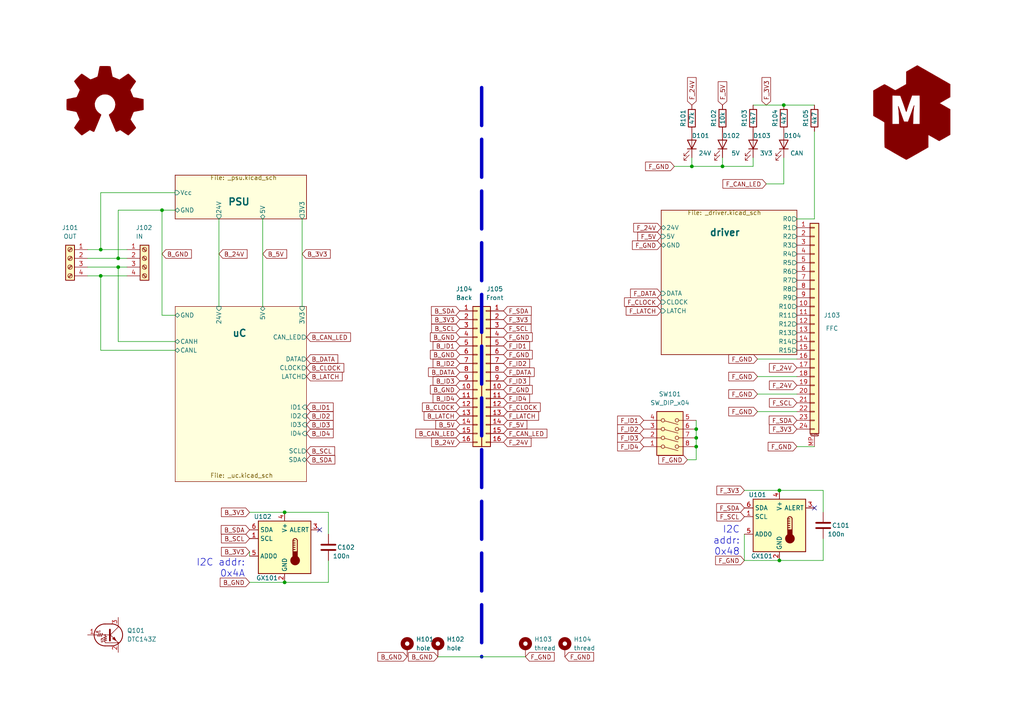
<source format=kicad_sch>
(kicad_sch (version 20211123) (generator eeschema)
  (paper "A4")
  (title_block (title "WormControl-Relay15x5t15-ControlUI") (date "2024-12-16") (rev "0.1") (company "makerspace.lt"))
  (lib_symbols
    (symbol "-local:LOGO_KMS" (pin_names (offset 1.016))
      (symbol "LOGO_KMS_0_0"
        (polyline (pts (xy 0.0117 -14.5438) (xy 0.1815 -14.4596) (xy 0.4733 -14.3044) (xy 0.8715 -14.0867) (xy 1.3602 -13.8153) (xy 1.924 -13.4987) (xy 2.5471 -13.1457) (xy 3.2139 -12.765) (xy 6.35 -10.9673) (xy 6.35 -9.1666) (xy 6.3501 -8.9706) (xy 6.3525 -8.4585) (xy 6.3574 -8.0174) (xy 6.3642 -7.6719) (xy 6.3725 -7.4466) (xy 6.382 -7.366) (xy 6.3931 -7.3705) (xy 6.5163 -7.4356) (xy 6.7572 -7.5687) (xy 7.0937 -7.7574) (xy 7.504 -7.9893) (xy 7.966 -8.2524) (xy 9.518 -9.1387) (xy 9.8784 -8.9373) (xy 9.9805 -8.8799) (xy 10.249 -8.728) (xy 10.6096 -8.5232) (xy 11.0278 -8.2852) (xy 11.4694 -8.0335) (xy 12.7 -7.331) (xy 12.7 0.0494) (xy 11.176 0.9196) (xy 11.0418 0.9963) (xy 10.5993 1.2512) (xy 10.2174 1.4738) (xy 9.9177 1.6515) (xy 9.722 1.7712) (xy 9.652 1.8203) (xy 9.6578 1.8264) (xy 9.7659 1.8969) (xy 9.9934 2.0344) (xy 10.3187 2.2262) (xy 10.7201 2.4593) (xy 11.176 2.721) (xy 12.7 3.5912) (xy 12.7 7.3263) (xy 8.3185 9.8382) (xy 7.6069 10.2461) (xy 6.8355 10.688) (xy 6.1113 11.1028) (xy 5.4483 11.4824) (xy 4.8609 11.8184) (xy 4.3634 12.1028) (xy 3.9699 12.3275) (xy 3.6948 12.4842) (xy 3.5523 12.5649) (xy 3.1677 12.7795) (xy 1.5789 11.8716) (xy -0.0098 10.9637) (xy -0.0424 7.3239) (xy -1.6087 6.4227) (xy -1.8975 6.2571) (xy -2.3649 5.9936) (xy -2.7164 5.8043) (xy -2.9709 5.68) (xy -3.1477 5.612) (xy -3.2658 5.5912) (xy -3.3444 5.6086) (xy -3.4618 5.6732) (xy -3.7025 5.8093) (xy -4.0377 6.0007) (xy -4.4409 6.2321) (xy -4.8855 6.4885) (xy -5.3221 6.7382) (xy -5.7113 6.9558) (xy -6.0282 7.1278) (xy -6.2482 7.2407) (xy -6.3467 7.2813) (xy -6.3645 7.2764) (xy -6.5062 7.2095) (xy -6.7636 7.0739) (xy -7.1139 6.8821) (xy -7.5342 6.6465) (xy -8.0018 6.3795) (xy -9.5674 5.4776) (xy -9.5674 4.0688) (xy -4.064 4.0688) (xy -1.7516 4.0216) (xy -1.1718 2.4553) (xy -1 1.9865) (xy -0.7964 1.4201) (xy -0.6059 0.8796) (xy -0.4442 0.409) (xy -0.3266 0.0527) (xy -0.2179 -0.2807) (xy -0.1159 -0.5429) (xy -0.0353 -0.6449) (xy 0.0378 -0.5883) (xy 0.1173 -0.3745) (xy 0.217 -0.005) (xy 0.2461 0.1011) (xy 0.3452 0.4246) (xy 0.4827 0.8444) (xy 0.6445 1.3178) (xy 0.8165 1.8022) (xy 0.8988 2.0297) (xy 1.0719 2.5096) (xy 1.232 2.9552) (xy 1.3642 3.325) (xy 1.4536 3.5771) (xy 1.6242 4.064) (xy 3.88 4.064) (xy 3.9085 3.0691) (xy 3.9135 2.811) (xy 3.9177 2.3699) (xy 3.9198 1.8095) (xy 3.9199 1.1571) (xy 3.9179 0.44) (xy 3.9139 -0.3146) (xy 3.908 -1.0795) (xy 3.879 -4.2334) (xy 1.9224 -4.2334) (xy 1.9748 -2.4342) (xy 1.9947 -1.8396) (xy 2.0364 -0.9704) (xy 2.0906 -0.2293) (xy 2.1593 0.4093) (xy 2.2446 0.971) (xy 2.262 1.0904) (xy 2.2529 1.171) (xy 2.1976 1.1001) (xy 2.0991 0.8842) (xy 1.9605 0.5295) (xy 1.7849 0.0423) (xy 1.7468 -0.0664) (xy 1.5718 -0.5599) (xy 1.3664 -1.1332) (xy 1.1532 -1.7235) (xy 0.9546 -2.2683) (xy 0.4799 -3.5629) (xy -0.1138 -3.5383) (xy -0.7074 -3.5137) (xy -0.9586 -2.8364) (xy -0.9612 -2.8292) (xy -1.0706 -2.529) (xy -1.2213 -2.1084) (xy -1.3998 -1.6058) (xy -1.5924 -1.0595) (xy -1.7856 -0.508) (xy -1.8442 -0.3408) (xy -2.0095 0.1196) (xy -2.1523 0.5018) (xy -2.2647 0.7852) (xy -2.3386 0.9493) (xy -2.3659 0.9736) (xy -2.3657 0.9477) (xy -2.3538 0.7623) (xy -2.3275 0.455) (xy -2.29 0.0619) (xy -2.2445 -0.381) (xy -2.2379 -0.4446) (xy -2.1912 -1.0068) (xy -2.1531 -1.6534) (xy -2.1273 -2.3095) (xy -2.1176 -2.8999) (xy -2.1167 -4.2334) (xy -4.064 -4.2334) (xy -4.064 4.0688) (xy -9.5674 4.0688) (xy -9.5674 -1.8386) (xy -8.1915 -2.6257) (xy -7.7716 -2.8672) (xy -7.3526 -3.111) (xy -6.9963 -3.3211) (xy -6.7308 -3.4809) (xy -6.5844 -3.5738) (xy -6.353 -3.7348) (xy -6.3529 -7.3454) (xy -6.3527 -7.7944) (xy -6.3506 -8.6376) (xy -6.346 -9.3299) (xy -6.3386 -9.8839) (xy -6.3279 -10.3121) (xy -6.3136 -10.6272) (xy -6.2954 -10.8417) (xy -6.2729 -10.9682) (xy -6.2456 -11.0192) (xy -6.2238 -11.0319) (xy -6.0739 -11.1186) (xy -5.8 -11.2769) (xy -5.4182 -11.4974) (xy -4.9445 -11.7709) (xy -4.3949 -12.0881) (xy -3.7856 -12.4397) (xy -3.1327 -12.8164) (xy -2.8568 -12.9754) (xy -2.2209 -13.34) (xy -1.6355 -13.6733) (xy -1.1165 -13.9663) (xy -0.6799 -14.2101) (xy -0.3417 -14.3958) (xy -0.1179 -14.5142) (xy -0.0246 -14.5566) (xy 0.0117 -14.5438)) (stroke (width 0.01)) (fill (type outline)))
      )
    )
    (symbol "Connector:Screw_Terminal_01x04" (pin_names (offset 1.016) hide)
      (property "Reference" "J" (at 0 5.08 0))
      (property "Value" "Screw_Terminal_01x04" (at 0 -7.62 0))
      (symbol "Screw_Terminal_01x04_1_1"
        (rectangle (start -1.27 3.81) (end 1.27 -6.35) (stroke (width 0.254)) (fill (type background)))
        (circle (center 0 -5.08) (radius 0.635) (stroke (width 0.1524)))
        (circle (center 0 -2.54) (radius 0.635) (stroke (width 0.1524)))
        (polyline (pts (xy -0.5334 -4.7498) (xy 0.3302 -5.588)) (stroke (width 0.1524)))
        (polyline (pts (xy -0.5334 -2.2098) (xy 0.3302 -3.048)) (stroke (width 0.1524)))
        (polyline (pts (xy -0.5334 0.3302) (xy 0.3302 -0.508)) (stroke (width 0.1524)))
        (polyline (pts (xy -0.5334 2.8702) (xy 0.3302 2.032)) (stroke (width 0.1524)))
        (polyline (pts (xy -0.3556 -4.572) (xy 0.508 -5.4102)) (stroke (width 0.1524)))
        (polyline (pts (xy -0.3556 -2.032) (xy 0.508 -2.8702)) (stroke (width 0.1524)))
        (polyline (pts (xy -0.3556 0.508) (xy 0.508 -0.3302)) (stroke (width 0.1524)))
        (polyline (pts (xy -0.3556 3.048) (xy 0.508 2.2098)) (stroke (width 0.1524)))
        (circle (center 0 0) (radius 0.635) (stroke (width 0.1524)))
        (circle (center 0 2.54) (radius 0.635) (stroke (width 0.1524)))
        (pin passive line (at -5.08 2.54 0) (length 3.81) (name "Pin_1") (number "1"))
        (pin passive line (at -5.08 0 0) (length 3.81) (name "Pin_2") (number "2"))
        (pin passive line (at -5.08 -2.54 0) (length 3.81) (name "Pin_3") (number "3"))
        (pin passive line (at -5.08 -5.08 0) (length 3.81) (name "Pin_4") (number "4"))
      )
    )
    (symbol "Connector_Generic:Conn_01x16" (pin_names (offset 1.016) hide)
      (property "Reference" "J" (at 0 20.32 0))
      (property "Value" "Conn_01x16" (at 0 -22.86 0))
      (symbol "Conn_01x16_1_1"
        (rectangle (start -1.27 -20.193) (end 0 -20.447) (stroke (width 0.1524)))
        (rectangle (start -1.27 -17.653) (end 0 -17.907) (stroke (width 0.1524)))
        (rectangle (start -1.27 -15.113) (end 0 -15.367) (stroke (width 0.1524)))
        (rectangle (start -1.27 -12.573) (end 0 -12.827) (stroke (width 0.1524)))
        (rectangle (start -1.27 -10.033) (end 0 -10.287) (stroke (width 0.1524)))
        (rectangle (start -1.27 -7.493) (end 0 -7.747) (stroke (width 0.1524)))
        (rectangle (start -1.27 -4.953) (end 0 -5.207) (stroke (width 0.1524)))
        (rectangle (start -1.27 -2.413) (end 0 -2.667) (stroke (width 0.1524)))
        (rectangle (start -1.27 0.127) (end 0 -0.127) (stroke (width 0.1524)))
        (rectangle (start -1.27 2.667) (end 0 2.413) (stroke (width 0.1524)))
        (rectangle (start -1.27 5.207) (end 0 4.953) (stroke (width 0.1524)))
        (rectangle (start -1.27 7.747) (end 0 7.493) (stroke (width 0.1524)))
        (rectangle (start -1.27 10.287) (end 0 10.033) (stroke (width 0.1524)))
        (rectangle (start -1.27 12.827) (end 0 12.573) (stroke (width 0.1524)))
        (rectangle (start -1.27 15.367) (end 0 15.113) (stroke (width 0.1524)))
        (rectangle (start -1.27 17.907) (end 0 17.653) (stroke (width 0.1524)))
        (rectangle (start -1.27 19.05) (end 1.27 -21.59) (stroke (width 0.254)) (fill (type background)))
        (pin passive line (at -5.08 17.78 0) (length 3.81) (name "Pin_1") (number "1"))
        (pin passive line (at -5.08 -5.08 0) (length 3.81) (name "Pin_10") (number "10"))
        (pin passive line (at -5.08 -7.62 0) (length 3.81) (name "Pin_11") (number "11"))
        (pin passive line (at -5.08 -10.16 0) (length 3.81) (name "Pin_12") (number "12"))
        (pin passive line (at -5.08 -12.7 0) (length 3.81) (name "Pin_13") (number "13"))
        (pin passive line (at -5.08 -15.24 0) (length 3.81) (name "Pin_14") (number "14"))
        (pin passive line (at -5.08 -17.78 0) (length 3.81) (name "Pin_15") (number "15"))
        (pin passive line (at -5.08 -20.32 0) (length 3.81) (name "Pin_16") (number "16"))
        (pin passive line (at -5.08 15.24 0) (length 3.81) (name "Pin_2") (number "2"))
        (pin passive line (at -5.08 12.7 0) (length 3.81) (name "Pin_3") (number "3"))
        (pin passive line (at -5.08 10.16 0) (length 3.81) (name "Pin_4") (number "4"))
        (pin passive line (at -5.08 7.62 0) (length 3.81) (name "Pin_5") (number "5"))
        (pin passive line (at -5.08 5.08 0) (length 3.81) (name "Pin_6") (number "6"))
        (pin passive line (at -5.08 2.54 0) (length 3.81) (name "Pin_7") (number "7"))
        (pin passive line (at -5.08 0 0) (length 3.81) (name "Pin_8") (number "8"))
        (pin passive line (at -5.08 -2.54 0) (length 3.81) (name "Pin_9") (number "9"))
      )
    )
    (symbol "Connector_Generic_MountingPin:Conn_01x24_MountingPin" (pin_names (offset 1.016) hide)
      (property "Reference" "J" (at 0 30.48 0))
      (property "Value" "Conn_01x24_MountingPin" (at 1.27 -33.02 0))
      (symbol "Conn_01x24_MountingPin_1_1"
        (rectangle (start -1.27 -30.353) (end 0 -30.607) (stroke (width 0.1524)))
        (rectangle (start -1.27 -27.813) (end 0 -28.067) (stroke (width 0.1524)))
        (rectangle (start -1.27 -25.273) (end 0 -25.527) (stroke (width 0.1524)))
        (rectangle (start -1.27 -22.733) (end 0 -22.987) (stroke (width 0.1524)))
        (rectangle (start -1.27 -20.193) (end 0 -20.447) (stroke (width 0.1524)))
        (rectangle (start -1.27 -17.653) (end 0 -17.907) (stroke (width 0.1524)))
        (rectangle (start -1.27 -15.113) (end 0 -15.367) (stroke (width 0.1524)))
        (rectangle (start -1.27 -12.573) (end 0 -12.827) (stroke (width 0.1524)))
        (rectangle (start -1.27 -10.033) (end 0 -10.287) (stroke (width 0.1524)))
        (rectangle (start -1.27 -7.493) (end 0 -7.747) (stroke (width 0.1524)))
        (rectangle (start -1.27 -4.953) (end 0 -5.207) (stroke (width 0.1524)))
        (rectangle (start -1.27 -2.413) (end 0 -2.667) (stroke (width 0.1524)))
        (rectangle (start -1.27 0.127) (end 0 -0.127) (stroke (width 0.1524)))
        (rectangle (start -1.27 2.667) (end 0 2.413) (stroke (width 0.1524)))
        (rectangle (start -1.27 5.207) (end 0 4.953) (stroke (width 0.1524)))
        (rectangle (start -1.27 7.747) (end 0 7.493) (stroke (width 0.1524)))
        (rectangle (start -1.27 10.287) (end 0 10.033) (stroke (width 0.1524)))
        (rectangle (start -1.27 12.827) (end 0 12.573) (stroke (width 0.1524)))
        (rectangle (start -1.27 15.367) (end 0 15.113) (stroke (width 0.1524)))
        (rectangle (start -1.27 17.907) (end 0 17.653) (stroke (width 0.1524)))
        (rectangle (start -1.27 20.447) (end 0 20.193) (stroke (width 0.1524)))
        (rectangle (start -1.27 22.987) (end 0 22.733) (stroke (width 0.1524)))
        (rectangle (start -1.27 25.527) (end 0 25.273) (stroke (width 0.1524)))
        (rectangle (start -1.27 28.067) (end 0 27.813) (stroke (width 0.1524)))
        (rectangle (start -1.27 29.21) (end 1.27 -31.75) (stroke (width 0.254)) (fill (type background)))
        (polyline (pts (xy -1.016 -32.512) (xy 1.016 -32.512)) (stroke (width 0.1524)))
        (text "Mounting" (at 0 -32.131 0) (effects (font (size 0.381 0.381))))
        (pin passive line (at -5.08 27.94 0) (length 3.81) (name "Pin_1") (number "1"))
        (pin passive line (at -5.08 5.08 0) (length 3.81) (name "Pin_10") (number "10"))
        (pin passive line (at -5.08 2.54 0) (length 3.81) (name "Pin_11") (number "11"))
        (pin passive line (at -5.08 0 0) (length 3.81) (name "Pin_12") (number "12"))
        (pin passive line (at -5.08 -2.54 0) (length 3.81) (name "Pin_13") (number "13"))
        (pin passive line (at -5.08 -5.08 0) (length 3.81) (name "Pin_14") (number "14"))
        (pin passive line (at -5.08 -7.62 0) (length 3.81) (name "Pin_15") (number "15"))
        (pin passive line (at -5.08 -10.16 0) (length 3.81) (name "Pin_16") (number "16"))
        (pin passive line (at -5.08 -12.7 0) (length 3.81) (name "Pin_17") (number "17"))
        (pin passive line (at -5.08 -15.24 0) (length 3.81) (name "Pin_18") (number "18"))
        (pin passive line (at -5.08 -17.78 0) (length 3.81) (name "Pin_19") (number "19"))
        (pin passive line (at -5.08 25.4 0) (length 3.81) (name "Pin_2") (number "2"))
        (pin passive line (at -5.08 -20.32 0) (length 3.81) (name "Pin_20") (number "20"))
        (pin passive line (at -5.08 -22.86 0) (length 3.81) (name "Pin_21") (number "21"))
        (pin passive line (at -5.08 -25.4 0) (length 3.81) (name "Pin_22") (number "22"))
        (pin passive line (at -5.08 -27.94 0) (length 3.81) (name "Pin_23") (number "23"))
        (pin passive line (at -5.08 -30.48 0) (length 3.81) (name "Pin_24") (number "24"))
        (pin passive line (at -5.08 22.86 0) (length 3.81) (name "Pin_3") (number "3"))
        (pin passive line (at -5.08 20.32 0) (length 3.81) (name "Pin_4") (number "4"))
        (pin passive line (at -5.08 17.78 0) (length 3.81) (name "Pin_5") (number "5"))
        (pin passive line (at -5.08 15.24 0) (length 3.81) (name "Pin_6") (number "6"))
        (pin passive line (at -5.08 12.7 0) (length 3.81) (name "Pin_7") (number "7"))
        (pin passive line (at -5.08 10.16 0) (length 3.81) (name "Pin_8") (number "8"))
        (pin passive line (at -5.08 7.62 0) (length 3.81) (name "Pin_9") (number "9"))
        (pin passive line (at 0 -35.56 90) (length 3.048) (name "MountPin") (number "MP"))
      )
    )
    (symbol "Device:C" (pin_numbers hide) (pin_names (offset 0.254))
      (property "Reference" "C" (at 0.635 2.54 0))
      (property "Value" "C" (at 0.635 -2.54 0))
      (symbol "C_0_1"
        (polyline (pts (xy -2.032 -0.762) (xy 2.032 -0.762)) (stroke (width 0.508)))
        (polyline (pts (xy -2.032 0.762) (xy 2.032 0.762)) (stroke (width 0.508)))
      )
      (symbol "C_1_1"
        (pin passive line (at 0 3.81 270) (length 2.794) (name "~") (number "1"))
        (pin passive line (at 0 -3.81 90) (length 2.794) (name "~") (number "2"))
      )
    )
    (symbol "Device:LED" (pin_numbers hide) (pin_names (offset 1.016) hide)
      (property "Reference" "D" (at 0 2.54 0))
      (property "Value" "LED" (at 0 -2.54 0))
      (symbol "LED_0_1"
        (polyline (pts (xy -1.27 -1.27) (xy -1.27 1.27)) (stroke (width 0.254)))
        (polyline (pts (xy -1.27 0) (xy 1.27 0)))
        (polyline (pts (xy 1.27 -1.27) (xy 1.27 1.27) (xy -1.27 0) (xy 1.27 -1.27)) (stroke (width 0.254)))
        (polyline (pts (xy -3.048 -0.762) (xy -4.572 -2.286) (xy -3.81 -2.286) (xy -4.572 -2.286) (xy -4.572 -1.524)))
        (polyline (pts (xy -1.778 -0.762) (xy -3.302 -2.286) (xy -2.54 -2.286) (xy -3.302 -2.286) (xy -3.302 -1.524)))
      )
      (symbol "LED_1_1"
        (pin passive line (at -3.81 0 0) (length 2.54) (name "K") (number "1"))
        (pin passive line (at 3.81 0 180) (length 2.54) (name "A") (number "2"))
      )
    )
    (symbol "Device:R" (pin_numbers hide) (pin_names (offset 0))
      (property "Reference" "R" (at 2.032 0 90))
      (property "Value" "R" (at 0 0 90))
      (symbol "R_0_1"
        (rectangle (start -1.016 -2.54) (end 1.016 2.54) (stroke (width 0.254)))
      )
      (symbol "R_1_1"
        (pin passive line (at 0 3.81 270) (length 1.27) (name "~") (number "1"))
        (pin passive line (at 0 -3.81 90) (length 1.27) (name "~") (number "2"))
      )
    )
    (symbol "Graphic:Logo_Open_Hardware_Large" (pin_names (offset 1.016))
      (symbol "Logo_Open_Hardware_Large_1_1"
        (polyline (pts (xy 6.731 -8.7122) (xy 6.6294 -8.6614) (xy 6.35 -8.4836) (xy 5.9944 -8.255) (xy 5.5372 -7.9502) (xy 5.1054 -7.6454) (xy 4.7498 -7.4168) (xy 4.4958 -7.239) (xy 4.3942 -7.1882) (xy 4.318 -7.2136) (xy 4.1148 -7.3152) (xy 3.81 -7.4676) (xy 3.6322 -7.5692) (xy 3.3528 -7.6708) (xy 3.2258 -7.6962) (xy 3.2004 -7.6708) (xy 3.0988 -7.4676) (xy 2.9464 -7.0866) (xy 2.7178 -6.604) (xy 2.4892 -6.0452) (xy 2.2352 -5.4356) (xy 1.9558 -4.826) (xy 1.7272 -4.2164) (xy 1.4986 -3.683) (xy 1.3208 -3.2512) (xy 1.2192 -2.9464) (xy 1.1684 -2.8194) (xy 1.1938 -2.794) (xy 1.3208 -2.667) (xy 1.5748 -2.4892) (xy 2.0828 -2.0574) (xy 2.6162 -1.397) (xy 2.921 -0.6604) (xy 3.048 0.1524) (xy 2.9464 0.9144) (xy 2.6416 1.6256) (xy 2.1336 2.286) (xy 1.524 2.7686) (xy 0.8128 3.0734) (xy 0 3.175) (xy -0.762 3.0988) (xy -1.4986 2.794) (xy -2.159 2.286) (xy -2.4384 1.9812) (xy -2.8194 1.3208) (xy -3.048 0.6096) (xy -3.0734 0.4318) (xy -3.0226 -0.3556) (xy -2.794 -1.0922) (xy -2.3876 -1.7526) (xy -1.8288 -2.3114) (xy -1.7526 -2.3622) (xy -1.4732 -2.5654) (xy -1.2954 -2.6924) (xy -1.1684 -2.8194) (xy -2.159 -5.207) (xy -2.3114 -5.588) (xy -2.5908 -6.2484) (xy -2.8194 -6.8072) (xy -3.0226 -7.2644) (xy -3.1496 -7.5692) (xy -3.2258 -7.6708) (xy -3.2258 -7.6962) (xy -3.302 -7.6962) (xy -3.4798 -7.6454) (xy -3.8354 -7.4676) (xy -4.0386 -7.366) (xy -4.2926 -7.239) (xy -4.4196 -7.1882) (xy -4.5212 -7.239) (xy -4.7498 -7.3914) (xy -5.1054 -7.6454) (xy -5.5372 -7.9248) (xy -5.9436 -8.2042) (xy -6.3246 -8.4582) (xy -6.604 -8.636) (xy -6.731 -8.7122) (xy -6.7564 -8.7122) (xy -6.858 -8.636) (xy -7.0866 -8.4582) (xy -7.4168 -8.1534) (xy -7.874 -7.6962) (xy -7.9502 -7.62) (xy -8.3312 -7.239) (xy -8.636 -6.9088) (xy -8.8392 -6.6802) (xy -8.9154 -6.5786) (xy -8.9154 -6.5786) (xy -8.8392 -6.4516) (xy -8.6614 -6.1722) (xy -8.4328 -5.7912) (xy -8.128 -5.3594) (xy -7.3152 -4.191) (xy -7.7724 -3.0988) (xy -7.8994 -2.7686) (xy -8.0772 -2.3622) (xy -8.2042 -2.0828) (xy -8.255 -1.9558) (xy -8.382 -1.905) (xy -8.6614 -1.8542) (xy -9.0932 -1.7526) (xy -9.6266 -1.651) (xy -10.1092 -1.5748) (xy -10.541 -1.4732) (xy -10.8712 -1.4224) (xy -11.0236 -1.397) (xy -11.049 -1.3716) (xy -11.0744 -1.2954) (xy -11.0998 -1.143) (xy -11.0998 -0.889) (xy -11.1252 -0.4572) (xy -11.1252 0.1524) (xy -11.1252 0.2286) (xy -11.0998 0.8128) (xy -11.0998 1.27) (xy -11.0744 1.5494) (xy -11.0744 1.6764) (xy -11.0744 1.6764) (xy -10.922 1.7018) (xy -10.6172 1.778) (xy -10.16 1.8542) (xy -9.652 1.9558) (xy -9.6012 1.9812) (xy -9.0932 2.0828) (xy -8.636 2.159) (xy -8.3312 2.2352) (xy -8.2042 2.286) (xy -8.1788 2.3114) (xy -8.0772 2.5146) (xy -7.9248 2.8448) (xy -7.747 3.2512) (xy -7.5692 3.6576) (xy -7.4168 4.0386) (xy -7.3152 4.318) (xy -7.2898 4.445) (xy -7.2898 4.445) (xy -7.366 4.572) (xy -7.5438 4.826) (xy -7.7978 5.207) (xy -8.128 5.6642) (xy -8.128 5.6896) (xy -8.4328 6.1468) (xy -8.6868 6.5278) (xy -8.8392 6.7818) (xy -8.9154 6.9088) (xy -8.9154 6.9088) (xy -8.8138 7.0358) (xy -8.5852 7.2898) (xy -8.255 7.6454) (xy -7.874 8.0264) (xy -7.747 8.1534) (xy -7.3152 8.5852) (xy -7.0104 8.8646) (xy -6.8326 8.9916) (xy -6.731 9.0424) (xy -6.731 9.0424) (xy -6.604 8.9408) (xy -6.3246 8.763) (xy -5.9436 8.509) (xy -5.4864 8.2042) (xy -5.461 8.1788) (xy -5.0038 7.874) (xy -4.6482 7.62) (xy -4.3688 7.4422) (xy -4.2672 7.3914) (xy -4.2418 7.3914) (xy -4.064 7.4422) (xy -3.7338 7.5438) (xy -3.3528 7.6962) (xy -2.9464 7.874) (xy -2.5654 8.0264) (xy -2.286 8.1534) (xy -2.159 8.2296) (xy -2.159 8.2296) (xy -2.1082 8.382) (xy -2.032 8.7122) (xy -1.9304 9.1694) (xy -1.8288 9.7282) (xy -1.8034 9.8044) (xy -1.7018 10.3378) (xy -1.6256 10.7696) (xy -1.5748 11.0744) (xy -1.524 11.2014) (xy -1.4478 11.2268) (xy -1.1938 11.2522) (xy -0.8128 11.2522) (xy -0.3302 11.2522) (xy 0.1524 11.2522) (xy 0.6604 11.2522) (xy 1.0668 11.2268) (xy 1.3716 11.2014) (xy 1.4986 11.176) (xy 1.4986 11.176) (xy 1.5494 11.0236) (xy 1.6256 10.6934) (xy 1.7018 10.2108) (xy 1.8288 9.6774) (xy 1.8288 9.5758) (xy 1.9304 9.0424) (xy 2.032 8.6106) (xy 2.0828 8.3058) (xy 2.1336 8.2042) (xy 2.159 8.1788) (xy 2.3876 8.0772) (xy 2.7432 7.9248) (xy 3.175 7.747) (xy 4.191 7.3406) (xy 5.461 8.2042) (xy 5.5626 8.2804) (xy 6.0198 8.5852) (xy 6.3754 8.8392) (xy 6.6294 8.9916) (xy 6.7564 9.0424) (xy 6.7564 9.0424) (xy 6.8834 8.9408) (xy 7.1374 8.7122) (xy 7.4676 8.382) (xy 7.8486 7.9756) (xy 8.1534 7.6962) (xy 8.4836 7.3406) (xy 8.7122 7.112) (xy 8.8392 6.9596) (xy 8.8646 6.858) (xy 8.8646 6.8072) (xy 8.7884 6.6802) (xy 8.6106 6.4008) (xy 8.3312 6.0198) (xy 8.0264 5.588) (xy 7.7978 5.207) (xy 7.5184 4.8006) (xy 7.3406 4.4958) (xy 7.2898 4.3434) (xy 7.2898 4.2926) (xy 7.3914 4.0386) (xy 7.5184 3.683) (xy 7.7216 3.2258) (xy 8.1534 2.2352) (xy 8.7884 2.1082) (xy 9.1948 2.0574) (xy 9.7536 1.9304) (xy 10.2616 1.8288) (xy 11.0998 1.6764) (xy 11.1252 -1.3208) (xy 10.9982 -1.3716) (xy 10.8712 -1.397) (xy 10.5664 -1.4732) (xy 10.1346 -1.5494) (xy 9.6266 -1.651) (xy 9.1948 -1.7272) (xy 8.7376 -1.8288) (xy 8.4328 -1.8796) (xy 8.2804 -1.905) (xy 8.255 -1.9558) (xy 8.1534 -2.159) (xy 7.9756 -2.5146) (xy 7.8232 -2.921) (xy 7.6454 -3.3274) (xy 7.493 -3.7338) (xy 7.366 -4.0132) (xy 7.3406 -4.191) (xy 7.3914 -4.2926) (xy 7.5692 -4.5466) (xy 7.7978 -4.9276) (xy 8.1026 -5.3594) (xy 8.4074 -5.7912) (xy 8.6614 -6.1722) (xy 8.8138 -6.4262) (xy 8.89 -6.5532) (xy 8.8646 -6.6548) (xy 8.6868 -6.858) (xy 8.3566 -7.1882) (xy 7.874 -7.6708) (xy 7.7978 -7.747) (xy 7.3914 -8.128) (xy 7.0612 -8.4328) (xy 6.8326 -8.636) (xy 6.731 -8.7122)) (fill (type outline)))
      )
    )
    (symbol "Mechanical:MountingHole_Pad" (pin_numbers hide) (pin_names (offset 1.016) hide)
      (property "Reference" "H" (at 0 6.35 0))
      (property "Value" "MountingHole_Pad" (at 0 4.445 0))
      (symbol "MountingHole_Pad_0_1"
        (circle (center 0 1.27) (radius 1.27) (stroke (width 1.27)))
      )
      (symbol "MountingHole_Pad_1_1"
        (pin input line (at 0 -2.54 90) (length 2.54) (name "1") (number "1"))
      )
    )
    (symbol "Sensor_Temperature:TMP101"
      (property "Reference" "U" (at -2.54 10.795 0))
      (property "Value" "TMP101" (at -2.54 8.89 0))
      (symbol "TMP101_0_1"
        (rectangle (start -7.62 7.62) (end 7.62 -7.62) (stroke (width 0.254)) (fill (type background)))
      )
      (symbol "TMP101_1_1"
        (polyline (pts (xy 2.413 -0.635) (xy 3.048 -0.635)) (stroke (width 0.254)))
        (polyline (pts (xy 2.413 0) (xy 3.048 0)) (stroke (width 0.254)))
        (polyline (pts (xy 2.413 0.635) (xy 3.048 0.635)) (stroke (width 0.254)))
        (polyline (pts (xy 2.413 1.27) (xy 3.048 1.27)) (stroke (width 0.254)))
        (polyline (pts (xy 2.413 1.905) (xy 2.413 -1.27)) (stroke (width 0.254)))
        (polyline (pts (xy 2.413 1.905) (xy 3.048 1.905)) (stroke (width 0.254)))
        (polyline (pts (xy 3.683 1.905) (xy 3.683 -1.27)) (stroke (width 0.254)))
        (circle (center 3.048 -3.81) (radius 1.27) (stroke (width 0.254)) (fill (type outline)))
        (rectangle (start 3.683 -3.175) (end 2.413 -1.27) (stroke (width 0.254)) (fill (type outline)))
        (arc (start 3.683 1.905) (mid 3.048 2.54) (end 2.413 1.905) (stroke (width 0.254)))
        (pin input line (at -10.16 2.54 0) (length 2.54) (name "SCL") (number "1"))
        (pin power_in line (at 0 -10.16 90) (length 2.54) (name "GND") (number "2"))
        (pin open_collector line (at 10.16 5.08 180) (length 2.54) (name "ALERT") (number "3"))
        (pin power_in line (at 0 10.16 270) (length 2.54) (name "V+") (number "4"))
        (pin input line (at -10.16 -2.54 0) (length 2.54) (name "ADD0") (number "5"))
        (pin bidirectional line (at -10.16 5.08 0) (length 2.54) (name "SDA") (number "6"))
      )
    )
    (symbol "Switch:SW_DIP_x04" (pin_names (offset 0) hide)
      (property "Reference" "SW" (at 0 8.89 0))
      (property "Value" "SW_DIP_x04" (at 0 -6.35 0))
      (symbol "SW_DIP_x04_0_0"
        (circle (center -2.032 -2.54) (radius 0.508))
        (circle (center -2.032 0) (radius 0.508))
        (circle (center -2.032 2.54) (radius 0.508))
        (circle (center -2.032 5.08) (radius 0.508))
        (polyline (pts (xy -1.524 -2.3876) (xy 2.3622 -1.3462)))
        (polyline (pts (xy -1.524 0.127) (xy 2.3622 1.1684)))
        (polyline (pts (xy -1.524 2.667) (xy 2.3622 3.7084)))
        (polyline (pts (xy -1.524 5.207) (xy 2.3622 6.2484)))
        (circle (center 2.032 -2.54) (radius 0.508))
        (circle (center 2.032 0) (radius 0.508))
        (circle (center 2.032 2.54) (radius 0.508))
        (circle (center 2.032 5.08) (radius 0.508))
      )
      (symbol "SW_DIP_x04_0_1"
        (rectangle (start -3.81 7.62) (end 3.81 -5.08) (stroke (width 0.254)) (fill (type background)))
      )
      (symbol "SW_DIP_x04_1_1"
        (pin passive line (at -7.62 5.08 0) (length 5.08) (name "~") (number "1"))
        (pin passive line (at -7.62 2.54 0) (length 5.08) (name "~") (number "2"))
        (pin passive line (at -7.62 0 0) (length 5.08) (name "~") (number "3"))
        (pin passive line (at -7.62 -2.54 0) (length 5.08) (name "~") (number "4"))
        (pin passive line (at 7.62 -2.54 180) (length 5.08) (name "~") (number "5"))
        (pin passive line (at 7.62 0 180) (length 5.08) (name "~") (number "6"))
        (pin passive line (at 7.62 2.54 180) (length 5.08) (name "~") (number "7"))
        (pin passive line (at 7.62 5.08 180) (length 5.08) (name "~") (number "8"))
      )
    )
    (symbol "Transistor_BJT:DTC143Z" (pin_names (offset 0) hide)
      (property "Reference" "Q" (at 5.08 1.905 0))
      (property "Value" "DTC143Z" (at 5.08 0 0))
      (symbol "DTC143Z_0_0"
        (text "47k" (at -2.159 -1.524 900) (effects (font (size 0.508 0.508))))
        (text "4k7" (at -3.302 0.889 0) (effects (font (size 0.508 0.508))))
      )
      (symbol "DTC143Z_0_1"
        (circle (center -1.27 0) (radius 0.127))
        (arc (start -1.27 3.175) (mid -4.445 0) (end -1.27 -3.175) (stroke (width 0.254)))
        (polyline (pts (xy -3.429 0) (xy -3.81 0)))
        (polyline (pts (xy -1.27 -3.175) (xy 0.635 -3.175)) (stroke (width 0.254)))
        (polyline (pts (xy -1.27 3.175) (xy 0.635 3.175)) (stroke (width 0.254)))
        (polyline (pts (xy 0 -0.254) (xy 2.54 2.286)))
        (polyline (pts (xy 0.127 1.524) (xy 0.127 -1.651)) (stroke (width 0.508)) (fill (type outline)))
        (polyline (pts (xy 2.54 2.286) (xy 2.54 2.54)))
        (polyline (pts (xy 2.54 -2.286) (xy 0 0.254) (xy 0 0.254)))
        (polyline (pts (xy 0.889 -1.143) (xy 1.397 -0.635) (xy 1.905 -1.651) (xy 0.889 -1.143)) (fill (type outline)))
        (polyline (pts (xy 0 0) (xy -1.905 0) (xy -2.032 0.508) (xy -2.286 -0.508) (xy -2.54 0.508) (xy -2.794 -0.508) (xy -3.048 0.508) (xy -3.302 -0.508) (xy -3.429 0)))
        (polyline (pts (xy -1.27 0) (xy -1.27 -0.381) (xy -0.762 -0.508) (xy -1.778 -0.762) (xy -0.762 -1.016) (xy -1.778 -1.27) (xy -0.762 -1.524) (xy -1.778 -1.778) (xy -1.27 -1.905) (xy -1.27 -2.286) (xy 2.54 -2.286)))
        (arc (start 0.635 -3.175) (mid 3.81 0) (end 0.635 3.175) (stroke (width 0.254)))
        (circle (center 2.54 -2.286) (radius 0.127))
      )
      (symbol "DTC143Z_1_1"
        (pin input line (at -6.35 0 0) (length 2.54) (name "B") (number "1"))
        (pin passive line (at 2.54 -5.08 90) (length 2.54) (name "E") (number "2"))
        (pin passive line (at 2.54 5.08 270) (length 2.54) (name "C") (number "3"))
      )
    )
  )
  (junction (at 82.55 148.59))
  (junction (at 46.99 60.96))
  (junction (at 200.66 48.26))
  (junction (at 209.55 48.26))
  (junction (at 34.29 77.47))
  (junction (at 29.21 80.01))
  (junction (at 201.93 129.54))
  (junction (at 201.93 127))
  (junction (at 226.06 162.56))
  (junction (at 34.29 74.93))
  (junction (at 82.55 168.91))
  (junction (at 29.21 72.39))
  (junction (at 201.93 124.46))
  (junction (at 227.33 30.48))
  (junction (at 226.06 142.24))
  (no_connect (at 92.71 153.67))
  (no_connect (at 236.22 147.32))
  (wire (pts (xy 238.76 148.59) (xy 238.76 142.24)))
  (wire (pts (xy 34.29 74.93) (xy 25.4 74.93)))
  (wire (pts (xy 201.93 129.54) (xy 201.93 127)))
  (wire (pts (xy 215.9 154.94) (xy 215.9 162.56)))
  (wire (pts (xy 200.66 45.72) (xy 200.66 48.26)))
  (wire (pts (xy 231.14 114.3) (xy 219.71 114.3)))
  (wire (pts (xy 236.22 63.5) (xy 231.14 63.5)))
  (wire (pts (xy 50.8 101.6) (xy 29.21 101.6)))
  (wire (pts (xy 238.76 156.21) (xy 238.76 162.56)))
  (wire (pts (xy 231.14 104.14) (xy 219.71 104.14)))
  (wire (pts (xy 127 190.5) (xy 152.4 190.5)))
  (wire (pts (xy 36.83 74.93) (xy 34.29 74.93)))
  (wire (pts (xy 72.39 160.02) (xy 72.39 161.29)))
  (wire (pts (xy 215.9 142.24) (xy 226.06 142.24)))
  (wire (pts (xy 201.93 127) (xy 201.93 124.46)))
  (wire (pts (xy 50.8 99.06) (xy 34.29 99.06)))
  (wire (pts (xy 34.29 77.47) (xy 25.4 77.47)))
  (wire (pts (xy 201.93 124.46) (xy 201.93 121.92)))
  (wire (pts (xy 34.29 60.96) (xy 34.29 74.93)))
  (wire (pts (xy 63.5 63.5) (xy 63.5 88.9)))
  (wire (pts (xy 50.8 55.88) (xy 29.21 55.88)))
  (wire (pts (xy 236.22 38.1) (xy 236.22 63.5)))
  (wire (pts (xy 29.21 72.39) (xy 25.4 72.39)))
  (wire (pts (xy 29.21 80.01) (xy 25.4 80.01)))
  (wire (pts (xy 46.99 60.96) (xy 34.29 60.96)))
  (wire (pts (xy 76.2 63.5) (xy 76.2 88.9)))
  (wire (pts (xy 238.76 162.56) (xy 226.06 162.56)))
  (wire (pts (xy 226.06 162.56) (xy 215.9 162.56)))
  (wire (pts (xy 29.21 55.88) (xy 29.21 72.39)))
  (wire (pts (xy 199.39 133.35) (xy 201.93 133.35)))
  (wire (pts (xy 231.14 129.54) (xy 236.22 129.54)))
  (wire (pts (xy 95.25 154.94) (xy 95.25 148.59)))
  (wire (pts (xy 227.33 30.48) (xy 236.22 30.48)))
  (wire (pts (xy 36.83 80.01) (xy 29.21 80.01)))
  (wire (pts (xy 95.25 148.59) (xy 82.55 148.59)))
  (wire (pts (xy 218.44 30.48) (xy 227.33 30.48)))
  (wire (pts (xy 46.99 91.44) (xy 46.99 60.96)))
  (wire (pts (xy 227.33 53.34) (xy 222.25 53.34)))
  (wire (pts (xy 219.71 119.38) (xy 231.14 119.38)))
  (wire (pts (xy 36.83 72.39) (xy 29.21 72.39)))
  (wire (pts (xy 95.25 162.56) (xy 95.25 168.91)))
  (polyline (pts (xy 139.7 25.4) (xy 139.7 190.5)) (stroke (width 1)))
  (wire (pts (xy 238.76 142.24) (xy 226.06 142.24)))
  (wire (pts (xy 82.55 168.91) (xy 72.39 168.91)))
  (wire (pts (xy 34.29 99.06) (xy 34.29 77.47)))
  (wire (pts (xy 231.14 109.22) (xy 219.71 109.22)))
  (wire (pts (xy 200.66 48.26) (xy 209.55 48.26)))
  (wire (pts (xy 72.39 148.59) (xy 82.55 148.59)))
  (wire (pts (xy 218.44 48.26) (xy 218.44 45.72)))
  (wire (pts (xy 209.55 48.26) (xy 218.44 48.26)))
  (wire (pts (xy 50.8 60.96) (xy 46.99 60.96)))
  (wire (pts (xy 209.55 45.72) (xy 209.55 48.26)))
  (wire (pts (xy 50.8 91.44) (xy 46.99 91.44)))
  (wire (pts (xy 87.63 63.5) (xy 87.63 88.9)))
  (wire (pts (xy 95.25 168.91) (xy 82.55 168.91)))
  (wire (pts (xy 195.58 48.26) (xy 200.66 48.26)))
  (wire (pts (xy 29.21 101.6) (xy 29.21 80.01)))
  (wire (pts (xy 227.33 45.72) (xy 227.33 53.34)))
  (wire (pts (xy 36.83 77.47) (xy 34.29 77.47)))
  (wire (pts (xy 201.93 133.35) (xy 201.93 129.54)))
  (text "I2C\naddr:\n0x48" (at 214.63 161.29 180) (effects (font (size 2 2)) (justify right bottom)))
  (text "I2C addr:\n0x4A" (at 71.12 167.64 180) (effects (font (size 2 2)) (justify right bottom)))
  (global_label "F_SDA" (shape input) (at 231.14 121.92 180) (property "Intersheet References" "${INTERSHEET_REFS}" (effects hide)))
  (global_label "B_GND" (shape input) (at 72.39 168.91 180) (property "Intersheet References" "${INTERSHEET_REFS}" (effects hide)))
  (global_label "F_DATA" (shape input) (at 191.77 85.09 180) (property "Intersheet References" "${INTERSHEET_REFS}" (effects hide)))
  (global_label "B_CLOCK" (shape input) (at 88.9 106.68 0) (property "Intersheet References" "${INTERSHEET_REFS}" (effects hide)))
  (global_label "B_ID1" (shape input) (at 88.9 118.11 0) (property "Intersheet References" "${INTERSHEET_REFS}" (effects hide)))
  (global_label "F_GND" (shape input) (at 199.39 133.35 180) (property "Intersheet References" "${INTERSHEET_REFS}" (effects hide)))
  (global_label "B_CLOCK" (shape input) (at 133.35 118.11 180) (property "Intersheet References" "${INTERSHEET_REFS}" (effects hide)))
  (global_label "F_CAN_LED" (shape input) (at 222.25 53.34 180) (property "Intersheet References" "${INTERSHEET_REFS}" (effects hide)))
  (global_label "F_ID2" (shape input) (at 146.05 105.41 0) (property "Intersheet References" "${INTERSHEET_REFS}" (effects hide)))
  (global_label "B_DATA" (shape input) (at 133.35 107.95 180) (property "Intersheet References" "${INTERSHEET_REFS}" (effects hide)))
  (global_label "F_SCL" (shape input) (at 215.9 149.86 180) (property "Intersheet References" "${INTERSHEET_REFS}" (effects hide)))
  (global_label "F_ID3" (shape input) (at 146.05 110.49 0) (property "Intersheet References" "${INTERSHEET_REFS}" (effects hide)))
  (global_label "F_SCL" (shape input) (at 231.14 116.84 180) (property "Intersheet References" "${INTERSHEET_REFS}" (effects hide)))
  (global_label "F_3V3" (shape input) (at 146.05 92.71 0) (property "Intersheet References" "${INTERSHEET_REFS}" (effects hide)))
  (global_label "B_SCL" (shape input) (at 133.35 95.25 180) (property "Intersheet References" "${INTERSHEET_REFS}" (effects hide)))
  (global_label "B_CAN_LED" (shape input) (at 88.9 97.79 0) (property "Intersheet References" "${INTERSHEET_REFS}" (effects hide)))
  (global_label "F_GND" (shape input) (at 219.71 114.3 180) (property "Intersheet References" "${INTERSHEET_REFS}" (effects hide)))
  (global_label "F_5V" (shape input) (at 209.55 30.48 90) (property "Intersheet References" "${INTERSHEET_REFS}" (effects hide)))
  (global_label "F_SCL" (shape input) (at 146.05 95.25 0) (property "Intersheet References" "${INTERSHEET_REFS}" (effects hide)))
  (global_label "B_CAN_LED" (shape input) (at 133.35 125.73 180) (property "Intersheet References" "${INTERSHEET_REFS}" (effects hide)))
  (global_label "F_DATA" (shape input) (at 146.05 107.95 0) (property "Intersheet References" "${INTERSHEET_REFS}" (effects hide)))
  (global_label "B_GND" (shape input) (at 133.35 97.79 180) (property "Intersheet References" "${INTERSHEET_REFS}" (effects hide)))
  (global_label "F_LATCH" (shape input) (at 146.05 120.65 0) (property "Intersheet References" "${INTERSHEET_REFS}" (effects hide)))
  (global_label "B_5V" (shape input) (at 76.2 73.66 0) (property "Intersheet References" "${INTERSHEET_REFS}" (effects hide)))
  (global_label "B_GND" (shape input) (at 118.11 190.5 180) (property "Intersheet References" "${INTERSHEET_REFS}" (effects hide)))
  (global_label "F_5V" (shape input) (at 191.77 68.58 180) (property "Intersheet References" "${INTERSHEET_REFS}" (effects hide)))
  (global_label "F_ID1" (shape input) (at 186.69 121.92 180) (property "Intersheet References" "${INTERSHEET_REFS}" (effects hide)))
  (global_label "F_GND" (shape input) (at 215.9 162.56 180) (property "Intersheet References" "${INTERSHEET_REFS}" (effects hide)))
  (global_label "B_24V" (shape input) (at 133.35 128.27 180) (property "Intersheet References" "${INTERSHEET_REFS}" (effects hide)))
  (global_label "F_ID2" (shape input) (at 186.69 124.46 180) (property "Intersheet References" "${INTERSHEET_REFS}" (effects hide)))
  (global_label "F_3V3" (shape input) (at 222.25 30.48 90) (property "Intersheet References" "${INTERSHEET_REFS}" (effects hide)))
  (global_label "F_SDA" (shape input) (at 146.05 90.17 0) (property "Intersheet References" "${INTERSHEET_REFS}" (effects hide)))
  (global_label "F_GND" (shape input) (at 191.77 71.12 180) (property "Intersheet References" "${INTERSHEET_REFS}" (effects hide)))
  (global_label "F_24V" (shape input) (at 200.66 30.48 90) (property "Intersheet References" "${INTERSHEET_REFS}" (effects hide)))
  (global_label "F_LATCH" (shape input) (at 191.77 90.17 180) (property "Intersheet References" "${INTERSHEET_REFS}" (effects hide)))
  (global_label "B_3V3" (shape input) (at 87.63 73.66 0) (property "Intersheet References" "${INTERSHEET_REFS}" (effects hide)))
  (global_label "B_ID3" (shape input) (at 88.9 123.19 0) (property "Intersheet References" "${INTERSHEET_REFS}" (effects hide)))
  (global_label "F_24V" (shape input) (at 146.05 128.27 0) (property "Intersheet References" "${INTERSHEET_REFS}" (effects hide)))
  (global_label "B_LATCH" (shape input) (at 133.35 120.65 180) (property "Intersheet References" "${INTERSHEET_REFS}" (effects hide)))
  (global_label "F_GND" (shape input) (at 219.71 104.14 180) (property "Intersheet References" "${INTERSHEET_REFS}" (effects hide)))
  (global_label "F_ID3" (shape input) (at 186.69 127 180) (property "Intersheet References" "${INTERSHEET_REFS}" (effects hide)))
  (global_label "F_5V" (shape input) (at 146.05 123.19 0) (property "Intersheet References" "${INTERSHEET_REFS}" (effects hide)))
  (global_label "F_GND" (shape input) (at 219.71 119.38 180) (property "Intersheet References" "${INTERSHEET_REFS}" (effects hide)))
  (global_label "F_24V" (shape input) (at 191.77 66.04 180) (property "Intersheet References" "${INTERSHEET_REFS}" (effects hide)))
  (global_label "F_24V" (shape input) (at 231.14 111.76 180) (property "Intersheet References" "${INTERSHEET_REFS}" (effects hide)))
  (global_label "B_ID4" (shape input) (at 133.35 115.57 180) (property "Intersheet References" "${INTERSHEET_REFS}" (effects hide)))
  (global_label "F_GND" (shape input) (at 152.4 190.5 0) (property "Intersheet References" "${INTERSHEET_REFS}" (effects hide)))
  (global_label "F_GND" (shape input) (at 163.83 190.5 0) (property "Intersheet References" "${INTERSHEET_REFS}" (effects hide)))
  (global_label "B_GND" (shape input) (at 133.35 102.87 180) (property "Intersheet References" "${INTERSHEET_REFS}" (effects hide)))
  (global_label "F_GND" (shape input) (at 146.05 113.03 0) (property "Intersheet References" "${INTERSHEET_REFS}" (effects hide)))
  (global_label "B_3V3" (shape input) (at 133.35 92.71 180) (property "Intersheet References" "${INTERSHEET_REFS}" (effects hide)))
  (global_label "F_3V3" (shape input) (at 231.14 124.46 180) (property "Intersheet References" "${INTERSHEET_REFS}" (effects hide)))
  (global_label "B_ID2" (shape input) (at 88.9 120.65 0) (property "Intersheet References" "${INTERSHEET_REFS}" (effects hide)))
  (global_label "F_CAN_LED" (shape input) (at 146.05 125.73 0) (property "Intersheet References" "${INTERSHEET_REFS}" (effects hide)))
  (global_label "F_ID4" (shape input) (at 146.05 115.57 0) (property "Intersheet References" "${INTERSHEET_REFS}" (effects hide)))
  (global_label "B_SDA" (shape input) (at 133.35 90.17 180) (property "Intersheet References" "${INTERSHEET_REFS}" (effects hide)))
  (global_label "B_24V" (shape input) (at 63.5 73.66 0) (property "Intersheet References" "${INTERSHEET_REFS}" (effects hide)))
  (global_label "F_GND" (shape input) (at 146.05 102.87 0) (property "Intersheet References" "${INTERSHEET_REFS}" (effects hide)))
  (global_label "F_GND" (shape input) (at 146.05 97.79 0) (property "Intersheet References" "${INTERSHEET_REFS}" (effects hide)))
  (global_label "B_3V3" (shape input) (at 72.39 160.02 180) (property "Intersheet References" "${INTERSHEET_REFS}" (effects hide)))
  (global_label "F_24V" (shape input) (at 231.14 106.68 180) (property "Intersheet References" "${INTERSHEET_REFS}" (effects hide)))
  (global_label "F_3V3" (shape input) (at 215.9 142.24 180) (property "Intersheet References" "${INTERSHEET_REFS}" (effects hide)))
  (global_label "F_ID1" (shape input) (at 146.05 100.33 0) (property "Intersheet References" "${INTERSHEET_REFS}" (effects hide)))
  (global_label "B_3V3" (shape input) (at 72.39 148.59 180) (property "Intersheet References" "${INTERSHEET_REFS}" (effects hide)))
  (global_label "B_ID1" (shape input) (at 133.35 100.33 180) (property "Intersheet References" "${INTERSHEET_REFS}" (effects hide)))
  (global_label "B_LATCH" (shape input) (at 88.9 109.22 0) (property "Intersheet References" "${INTERSHEET_REFS}" (effects hide)))
  (global_label "F_GND" (shape input) (at 195.58 48.26 180) (property "Intersheet References" "${INTERSHEET_REFS}" (effects hide)))
  (global_label "B_SDA" (shape input) (at 72.39 153.67 180) (property "Intersheet References" "${INTERSHEET_REFS}" (effects hide)))
  (global_label "B_SCL" (shape input) (at 72.39 156.21 180) (property "Intersheet References" "${INTERSHEET_REFS}" (effects hide)))
  (global_label "B_SDA" (shape input) (at 88.9 133.35 0) (property "Intersheet References" "${INTERSHEET_REFS}" (effects hide)))
  (global_label "B_ID2" (shape input) (at 133.35 105.41 180) (property "Intersheet References" "${INTERSHEET_REFS}" (effects hide)))
  (global_label "F_CLOCK" (shape input) (at 146.05 118.11 0) (property "Intersheet References" "${INTERSHEET_REFS}" (effects hide)))
  (global_label "B_SCL" (shape input) (at 88.9 130.81 0) (property "Intersheet References" "${INTERSHEET_REFS}" (effects hide)))
  (global_label "F_SDA" (shape input) (at 215.9 147.32 180) (property "Intersheet References" "${INTERSHEET_REFS}" (effects hide)))
  (global_label "B_5V" (shape input) (at 133.35 123.19 180) (property "Intersheet References" "${INTERSHEET_REFS}" (effects hide)))
  (global_label "F_GND" (shape input) (at 231.14 129.54 180) (property "Intersheet References" "${INTERSHEET_REFS}" (effects hide)))
  (global_label "F_CLOCK" (shape input) (at 191.77 87.63 180) (property "Intersheet References" "${INTERSHEET_REFS}" (effects hide)))
  (global_label "B_ID4" (shape input) (at 88.9 125.73 0) (property "Intersheet References" "${INTERSHEET_REFS}" (effects hide)))
  (global_label "F_ID4" (shape input) (at 186.69 129.54 180) (property "Intersheet References" "${INTERSHEET_REFS}" (effects hide)))
  (global_label "B_GND" (shape input) (at 46.99 73.66 0) (property "Intersheet References" "${INTERSHEET_REFS}" (effects hide)))
  (global_label "B_DATA" (shape input) (at 88.9 104.14 0) (property "Intersheet References" "${INTERSHEET_REFS}" (effects hide)))
  (global_label "B_ID3" (shape input) (at 133.35 110.49 180) (property "Intersheet References" "${INTERSHEET_REFS}" (effects hide)))
  (global_label "F_GND" (shape input) (at 219.71 109.22 180) (property "Intersheet References" "${INTERSHEET_REFS}" (effects hide)))
  (global_label "B_GND" (shape input) (at 133.35 113.03 180) (property "Intersheet References" "${INTERSHEET_REFS}" (effects hide)))
  (global_label "B_GND" (shape input) (at 127 190.5 180) (property "Intersheet References" "${INTERSHEET_REFS}" (effects hide)))
  (symbol (lib_id "Mechanical:MountingHole_Pad") (at 163.83 187.96 0) (unit 1)
    (property "Reference" "H104" (at 166.37 185.4199 0) (effects (justify left)))
    (property "Value" "thread" (at 166.37 187.9599 0) (effects (justify left)))
    (property "Footprint" "-local:post_m3x12.5mm" (effects hide))
  )
  (symbol (lib_id "Connector_Generic:Conn_01x16") (at 138.43 107.95 0) (unit 1)
    (property "Reference" "J104" (at 134.62 83.82 0))
    (property "Value" "Back" (at 134.62 86.36 0))
    (property "Footprint" "Connector_PinSocket_2.54mm:PinSocket_2x08_P2.54mm_Vertical_SMD" (effects hide))
  )
  (symbol (lib_id "Device:LED") (at 209.55 41.91 270) (mirror x) (unit 1)
    (property "Reference" "D102" (at 212.09 39.37 90))
    (property "Value" "5V" (at 213.36 44.45 90))
    (property "Footprint" "-local:LED_1206_3216Metric_ReverseMount" (effects hide))
    (property "Datasheet" "https://www.lcsc.com/datasheet/lcsc_datasheet_2302091130_TOGIALED-TJ-S3216SWETNPLC2R-A5_C5356080.pdf" (effects hide))
  )
  (symbol (lib_id "Connector_Generic:Conn_01x16") (at 140.97 107.95 0) (mirror y) (unit 1)
    (property "Reference" "J105" (at 143.51 83.82 0))
    (property "Value" "Front" (at 143.51 86.36 0))
    (property "Footprint" "Connector_PinHeader_2.54mm:PinHeader_2x08_P2.54mm_Vertical_SMD" (effects hide))
  )
  (symbol (lib_id "Switch:SW_DIP_x04") (at 194.31 124.46 0) (mirror x) (unit 1)
    (property "Reference" "SW101" (at 194.31 114.3 0))
    (property "Value" "SW_DIP_x04" (at 194.31 116.84 0))
    (property "Footprint" "-local:SW_DIP_SPSTx04_Slide_6.2x11.16mm_P2.54mm" (effects hide))
  )
  (symbol (lib_id "-local:LOGO_KMS") (at 262.89 31.75 0) (unit 1) (in_bom no)
    (property "Reference" "G102" (effects hide))
    (property "Value" "LOGO_KMS" (effects hide))
    (property "Footprint" "-local:logo_kms_small_silkscreen" (effects hide))
    (property "jlc-part-type" "-" (effects hide))
  )
  (symbol (lib_id "Connector_Generic_MountingPin:Conn_01x24_MountingPin") (at 236.22 93.98 0) (unit 1)
    (property "Reference" "J103" (at 241.3 91.44 0))
    (property "Value" "FFC" (at 241.3 95.25 0))
    (property "Footprint" "-local:AFC11-S24ICC-00" (effects hide))
    (property "Datasheet" "https://www.lcsc.com/datasheet/lcsc_datasheet_2212161930_JUSHUO-AFC11-S24ICC-00_C11075.pdf" (effects hide))
    (property "jlc-part-type" "E" (effects hide))
    (property "lcsc#" "C11075" (effects hide))
  )
  (symbol (lib_id "Device:LED") (at 218.44 41.91 270) (mirror x) (unit 1)
    (property "Reference" "D103" (at 220.98 39.37 90))
    (property "Value" "3V3" (at 222.25 44.45 90))
    (property "Footprint" "-local:LED_1206_3216Metric_ReverseMount" (effects hide))
    (property "Datasheet" "https://www.lcsc.com/datasheet/lcsc_datasheet_2302091130_TOGIALED-TJ-S3216SWETNPLC2R-A5_C5356080.pdf" (effects hide))
  )
  (symbol (lib_id "Device:R") (at 200.66 34.29 180) (unit 1)
    (property "Reference" "R101" (at 198.12 34.29 90))
    (property "Value" "47k" (at 200.66 34.29 90))
    (property "Footprint" "Resistor_SMD:R_0805_2012Metric_Pad1.20x1.40mm_HandSolder" (effects hide))
    (property "jlc-part-type" "B" (effects hide))
  )
  (symbol (lib_id "Transistor_BJT:DTC143Z") (at 31.75 184.15 0) (unit 1)
    (property "Reference" "Q101" (at 36.83 182.8799 0) (effects (justify left)))
    (property "Value" "DTC143Z" (at 36.83 185.4199 0) (effects (justify left)))
    (property "Footprint" "Package_TO_SOT_SMD:SOT-23" (effects hide))
    (property "Datasheet" "https://www.lcsc.com/datasheet/lcsc_datasheet_1809140113_Jiangsu-Changjing-Electronics-Technology-Co---Ltd--DTC143ZCA_C15236.pdf" (effects hide))
    (property "jlc-part-type" "E" (effects hide))
    (property "lcsc#" "C15236" (effects hide))
  )
  (symbol (lib_id "Sensor_Temperature:TMP101") (at 226.06 152.4 0) (unit 1)
    (property "Reference" "U101" (at 219.71 143.51 0))
    (property "Value" "GX101" (at 220.98 161.29 0))
    (property "Footprint" "Package_TO_SOT_SMD:SOT-23-6" (effects hide))
    (property "Datasheet" "https://www.lcsc.com/datasheet/lcsc_datasheet_2409280202_GXCAS-GX101S_C5441728.pdf" (effects hide))
  )
  (symbol (lib_id "Device:LED") (at 227.33 41.91 270) (mirror x) (unit 1)
    (property "Reference" "D104" (at 229.87 39.37 90))
    (property "Value" "CAN" (at 231.14 44.45 90))
    (property "Footprint" "-local:LED_1206_3216Metric_ReverseMount" (effects hide))
    (property "Datasheet" "https://www.lcsc.com/datasheet/lcsc_datasheet_2302091130_TOGIALED-TJ-S3216SWETNPLC2R-A5_C5356080.pdf" (effects hide))
  )
  (symbol (lib_id "Device:R") (at 227.33 34.29 0) (unit 1)
    (property "Reference" "R104" (at 224.79 34.29 90))
    (property "Value" "4k7" (at 227.33 34.29 90))
    (property "Footprint" "Resistor_SMD:R_0805_2012Metric_Pad1.20x1.40mm_HandSolder" (effects hide))
    (property "jlc-part-type" "B" (effects hide))
  )
  (symbol (lib_id "Device:R") (at 209.55 34.29 180) (unit 1)
    (property "Reference" "R102" (at 207.01 34.29 90))
    (property "Value" "10k" (at 209.55 34.29 90))
    (property "Footprint" "Resistor_SMD:R_0805_2012Metric_Pad1.20x1.40mm_HandSolder" (effects hide))
    (property "jlc-part-type" "B" (effects hide))
  )
  (symbol (lib_id "Device:R") (at 236.22 34.29 0) (unit 1)
    (property "Reference" "R105" (at 233.68 34.29 90))
    (property "Value" "4k7" (at 236.22 34.29 90))
    (property "Footprint" "Resistor_SMD:R_0805_2012Metric_Pad1.20x1.40mm_HandSolder" (effects hide))
    (property "jlc-part-type" "B" (effects hide))
  )
  (symbol (lib_id "Device:LED") (at 200.66 41.91 270) (mirror x) (unit 1)
    (property "Reference" "D101" (at 203.2 39.37 90))
    (property "Value" "24V" (at 204.47 44.45 90))
    (property "Footprint" "-local:LED_1206_3216Metric_ReverseMount" (effects hide))
    (property "Datasheet" "https://www.lcsc.com/datasheet/lcsc_datasheet_2302091130_TOGIALED-TJ-S3216SWETNPLC2R-A5_C5356080.pdf" (effects hide))
  )
  (symbol (lib_id "Sensor_Temperature:TMP101") (at 82.55 158.75 0) (unit 1)
    (property "Reference" "U102" (at 76.2 149.86 0))
    (property "Value" "GX101" (at 77.47 167.64 0))
    (property "Footprint" "Package_TO_SOT_SMD:SOT-23-6" (effects hide))
    (property "Datasheet" "https://www.lcsc.com/datasheet/lcsc_datasheet_2409280202_GXCAS-GX101S_C5441728.pdf" (effects hide))
  )
  (symbol (lib_id "Device:C") (at 238.76 152.4 0) (unit 1)
    (property "Reference" "C101" (at 241.3 152.4 0) (effects (justify left)))
    (property "Value" "100n" (at 240.03 154.94 0) (effects (justify left)))
    (property "Footprint" "Capacitor_SMD:C_0805_2012Metric_Pad1.18x1.45mm_HandSolder" (effects hide))
    (property "jlc-part-type" "B" (effects hide))
    (property "lcsc#" "C28233" (effects hide))
  )
  (symbol (lib_id "Connector:Screw_Terminal_01x04") (at 41.91 74.93 0) (unit 1)
    (property "Reference" "J102" (at 39.37 66.04 0) (effects (justify left)))
    (property "Value" "IN" (at 39.37 68.58 0) (effects (justify left)))
    (property "Footprint" "Connector_Phoenix_MC:PhoenixContact_MCV_1,5_4-G-3.5_1x04_P3.50mm_Vertical" (effects hide))
    (property "Datasheet" "https://www.lcsc.com/datasheet/lcsc_datasheet_2304140030_Ningbo-Xinlaiya-Elec--XY2500V-F-3-5-4P_C880556.pdf" (effects hide))
  )
  (symbol (lib_id "Connector:Screw_Terminal_01x04") (at 20.32 74.93 0) (mirror y) (unit 1)
    (property "Reference" "J101" (at 20.32 66.04 0))
    (property "Value" "OUT" (at 20.32 68.58 0))
    (property "Footprint" "Connector_Phoenix_MC:PhoenixContact_MCV_1,5_4-G-3.5_1x04_P3.50mm_Vertical" (effects hide))
    (property "Datasheet" "https://www.lcsc.com/datasheet/lcsc_datasheet_2304140030_Ningbo-Xinlaiya-Elec--XY2500V-F-3-5-4P_C880556.pdf" (effects hide))
  )
  (symbol (lib_id "Graphic:Logo_Open_Hardware_Large") (at 30.48 30.48 0) (unit 1) (in_bom no)
    (property "Reference" "G101" (effects hide))
    (property "Value" "Logo_Open_Hardware_Large" (effects hide))
    (property "Footprint" "Symbol:OSHW-Symbol_6.7x6mm_SilkScreen" (effects hide))
    (property "jlc-part-type" "-" (effects hide))
  )
  (symbol (lib_id "Mechanical:MountingHole_Pad") (at 152.4 187.96 0) (unit 1)
    (property "Reference" "H103" (at 154.94 185.4199 0) (effects (justify left)))
    (property "Value" "thread" (at 154.94 187.9599 0) (effects (justify left)))
    (property "Footprint" "-local:post_m3x12.5mm" (effects hide))
  )
  (symbol (lib_id "Device:C") (at 95.25 158.75 0) (unit 1)
    (property "Reference" "C102" (at 97.79 158.75 0) (effects (justify left)))
    (property "Value" "100n" (at 96.52 161.29 0) (effects (justify left)))
    (property "Footprint" "Capacitor_SMD:C_0805_2012Metric_Pad1.18x1.45mm_HandSolder" (effects hide))
    (property "jlc-part-type" "B" (effects hide))
    (property "lcsc#" "C28233" (effects hide))
  )
  (symbol (lib_id "Mechanical:MountingHole_Pad") (at 118.11 187.96 0) (unit 1) (in_bom no)
    (property "Reference" "H101" (at 120.65 185.4199 0) (effects (justify left)))
    (property "Value" "hole" (at 120.65 187.9599 0) (effects (justify left)))
    (property "Footprint" "-local:MountingHole_3.2mm_M3_Pad_Via" (effects hide))
  )
  (symbol (lib_id "Device:R") (at 218.44 34.29 0) (unit 1)
    (property "Reference" "R103" (at 215.9 34.29 90))
    (property "Value" "4k7" (at 218.44 34.29 90))
    (property "Footprint" "Resistor_SMD:R_0805_2012Metric_Pad1.20x1.40mm_HandSolder" (effects hide))
    (property "jlc-part-type" "B" (effects hide))
  )
  (symbol (lib_id "Mechanical:MountingHole_Pad") (at 127 187.96 0) (unit 1) (in_bom no)
    (property "Reference" "H102" (at 129.54 185.4199 0) (effects (justify left)))
    (property "Value" "hole" (at 129.54 187.9599 0) (effects (justify left)))
    (property "Footprint" "-local:MountingHole_3.2mm_M3_Pad_Via" (effects hide))
  )
  (sheet (at 50.8 50.8) (size 38.1 12.7) (stroke (width 0.2)) (fill (color 255 255 221 1.0000))
    (property "Sheet name" "PSU" (at 66.04 59.69 0) (effects (font (size 2 2) bold) (justify left bottom)))
    (property "Sheet file" "_psu.kicad_sch" (at 60.96 50.8 0) (effects (justify left top)))
    (pin "3V3" output (at 87.63 63.5 270))
    (pin "GND" bidirectional (at 50.8 60.96 180))
    (pin "24V" output (at 63.5 63.5 270))
    (pin "5V" bidirectional (at 76.2 63.5 270))
    (pin "Vcc" input (at 50.8 55.88 180))
  )
  (sheet (at 50.8 88.9) (size 38.1 50.8) (stroke (width 0.1524)) (fill (color 255 255 221 1.0000))
    (property "Sheet name" "uC" (at 67.31 97.79 0) (effects (font (size 2 2) bold) (justify left bottom)))
    (property "Sheet file" "_uc.kicad_sch" (at 60.96 137.16 0) (effects (justify left top)))
    (pin "GND" bidirectional (at 50.8 91.44 180))
    (pin "3V3" input (at 87.63 88.9 90))
    (pin "5V" bidirectional (at 76.2 88.9 90))
    (pin "SDA" bidirectional (at 88.9 133.35 0))
    (pin "SCL" output (at 88.9 130.81 0))
    (pin "CANH" bidirectional (at 50.8 99.06 180))
    (pin "CANL" bidirectional (at 50.8 101.6 180))
    (pin "ID4" input (at 88.9 125.73 0))
    (pin "DATA" output (at 88.9 104.14 0))
    (pin "ID3" input (at 88.9 123.19 0))
    (pin "CLOCK" output (at 88.9 106.68 0))
    (pin "LATCH" output (at 88.9 109.22 0))
    (pin "CAN_LED" output (at 88.9 97.79 0))
    (pin "ID1" input (at 88.9 118.11 0))
    (pin "ID2" input (at 88.9 120.65 0))
    (pin "24V" input (at 63.5 88.9 90))
  )
  (sheet (at 191.77 60.96) (size 39.37 41.91) (stroke (width 0.2)) (fill (color 255 255 221 1.0000))
    (property "Sheet name" "driver" (at 205.74 68.58 0) (effects (font (size 2 2) bold) (justify left bottom)))
    (property "Sheet file" "_driver.kicad_sch" (at 199.39 60.96 0) (effects (justify left top)))
    (pin "GND" bidirectional (at 191.77 71.12 180))
    (pin "5V" input (at 191.77 68.58 180))
    (pin "LATCH" input (at 191.77 90.17 180))
    (pin "R0" output (at 231.14 63.5 0))
    (pin "R3" output (at 231.14 71.12 0))
    (pin "R7" output (at 231.14 81.28 0))
    (pin "R2" output (at 231.14 68.58 0))
    (pin "R6" output (at 231.14 78.74 0))
    (pin "24V" bidirectional (at 191.77 66.04 180))
    (pin "R1" output (at 231.14 66.04 0))
    (pin "R4" output (at 231.14 73.66 0))
    (pin "R5" output (at 231.14 76.2 0))
    (pin "DATA" input (at 191.77 85.09 180))
    (pin "CLOCK" input (at 191.77 87.63 180))
    (pin "R14" output (at 231.14 99.06 0))
    (pin "R13" output (at 231.14 96.52 0))
    (pin "R15" output (at 231.14 101.6 0))
    (pin "R9" output (at 231.14 86.36 0))
    (pin "R12" output (at 231.14 93.98 0))
    (pin "R10" output (at 231.14 88.9 0))
    (pin "R8" output (at 231.14 83.82 0))
    (pin "R11" output (at 231.14 91.44 0))
  )
)
</source>
